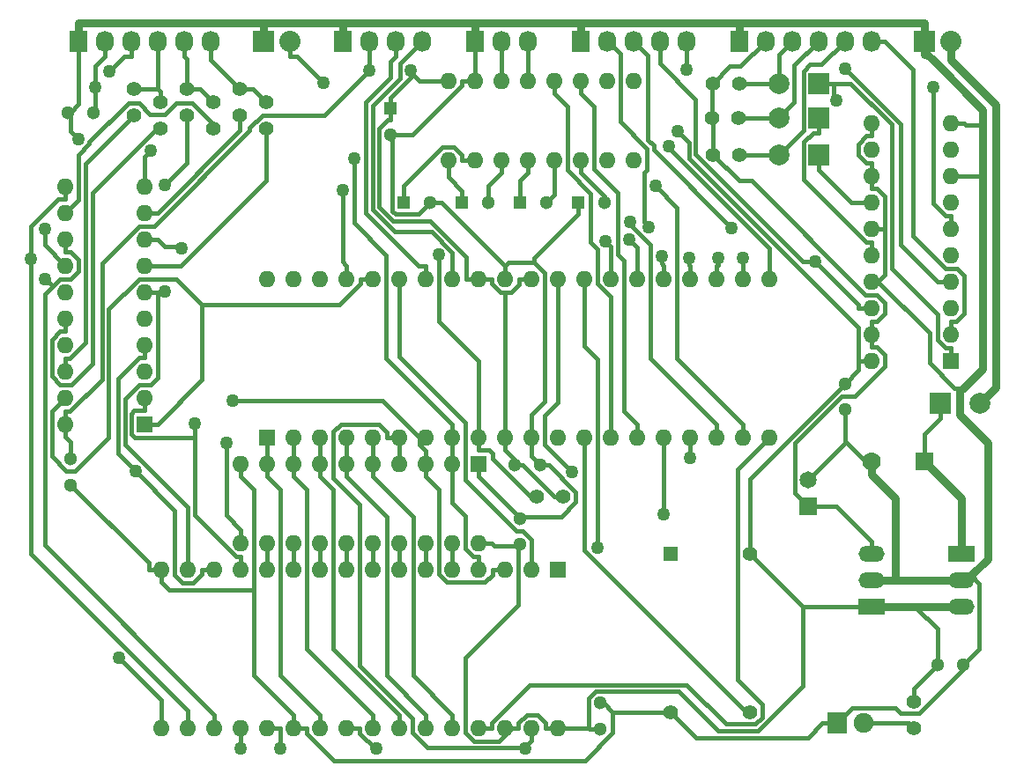
<source format=gbr>
G04 #@! TF.FileFunction,Copper,L2,Bot,Signal*
%FSLAX46Y46*%
G04 Gerber Fmt 4.6, Leading zero omitted, Abs format (unit mm)*
G04 Created by KiCad (PCBNEW (2016-11-04 revision c7fcb26)-makepkg) date 11/10/16 01:47:37*
%MOMM*%
%LPD*%
G01*
G04 APERTURE LIST*
%ADD10C,0.100000*%
%ADD11C,1.397000*%
%ADD12O,2.499360X1.501140*%
%ADD13R,2.499360X1.501140*%
%ADD14R,1.600000X1.600000*%
%ADD15O,1.600000X1.600000*%
%ADD16R,1.397000X1.397000*%
%ADD17R,1.778000X1.778000*%
%ADD18C,1.778000*%
%ADD19R,1.900000X2.000000*%
%ADD20C,1.900000*%
%ADD21C,1.998980*%
%ADD22R,1.998980X1.998980*%
%ADD23R,2.032000X2.032000*%
%ADD24O,2.032000X2.032000*%
%ADD25R,1.727200X2.032000*%
%ADD26O,1.727200X2.032000*%
%ADD27C,1.300000*%
%ADD28R,1.300000X1.300000*%
%ADD29C,1.651000*%
%ADD30R,1.651000X1.651000*%
%ADD31C,1.270000*%
%ADD32C,0.762000*%
%ADD33C,0.381000*%
G04 APERTURE END LIST*
D10*
D11*
X89154000Y6350000D03*
X89154000Y8890000D03*
D12*
X93726000Y20574000D03*
D13*
X93726000Y23114000D03*
D12*
X93726000Y18034000D03*
D14*
X92710000Y41656000D03*
D15*
X92710000Y44196000D03*
X92710000Y46736000D03*
X92710000Y49276000D03*
X92710000Y51816000D03*
X92710000Y54356000D03*
X92710000Y56896000D03*
X92710000Y59436000D03*
X92710000Y61976000D03*
X92710000Y64516000D03*
X85090000Y64516000D03*
X85090000Y61976000D03*
X85090000Y59436000D03*
X85090000Y56896000D03*
X85090000Y54356000D03*
X85090000Y51816000D03*
X85090000Y49276000D03*
X85090000Y46736000D03*
X85090000Y44196000D03*
X85090000Y41656000D03*
D16*
X65786000Y23114000D03*
D11*
X65786000Y7874000D03*
X73406000Y7874000D03*
X73406000Y23114000D03*
D14*
X54991000Y21590000D03*
D15*
X52451000Y21590000D03*
X49911000Y21590000D03*
X47371000Y21590000D03*
X44831000Y21590000D03*
X42291000Y21590000D03*
X39751000Y21590000D03*
X37211000Y21590000D03*
X34671000Y21590000D03*
X32131000Y21590000D03*
X29591000Y21590000D03*
X27051000Y21590000D03*
X24511000Y21590000D03*
X21971000Y21590000D03*
X19431000Y21590000D03*
X16891000Y21590000D03*
X16891000Y6350000D03*
X19431000Y6350000D03*
X21971000Y6350000D03*
X24511000Y6350000D03*
X27051000Y6350000D03*
X29591000Y6350000D03*
X32131000Y6350000D03*
X34671000Y6350000D03*
X37211000Y6350000D03*
X39751000Y6350000D03*
X42291000Y6350000D03*
X44831000Y6350000D03*
X47371000Y6350000D03*
X49911000Y6350000D03*
X52451000Y6350000D03*
X54991000Y6350000D03*
D14*
X47371000Y31750000D03*
D15*
X44831000Y31750000D03*
X42291000Y31750000D03*
X39751000Y31750000D03*
X37211000Y31750000D03*
X34671000Y31750000D03*
X32131000Y31750000D03*
X29591000Y31750000D03*
X27051000Y31750000D03*
X24511000Y31750000D03*
X24511000Y24130000D03*
X27051000Y24130000D03*
X29591000Y24130000D03*
X32131000Y24130000D03*
X34671000Y24130000D03*
X37211000Y24130000D03*
X39751000Y24130000D03*
X42291000Y24130000D03*
X44831000Y24130000D03*
X47371000Y24130000D03*
D17*
X90170000Y32004000D03*
D18*
X85090000Y32004000D03*
D19*
X81788000Y6858000D03*
D20*
X84328000Y6858000D03*
D14*
X27051000Y34290000D03*
D15*
X29591000Y34290000D03*
X32131000Y34290000D03*
X34671000Y34290000D03*
X37211000Y34290000D03*
X39751000Y34290000D03*
X42291000Y34290000D03*
X44831000Y34290000D03*
X47371000Y34290000D03*
X49911000Y34290000D03*
X52451000Y34290000D03*
X54991000Y34290000D03*
X57531000Y34290000D03*
X60071000Y34290000D03*
X62611000Y34290000D03*
X65151000Y34290000D03*
X67691000Y34290000D03*
X70231000Y34290000D03*
X72771000Y34290000D03*
X75311000Y34290000D03*
X75311000Y49530000D03*
X72771000Y49530000D03*
X70231000Y49530000D03*
X67691000Y49530000D03*
X65151000Y49530000D03*
X62611000Y49530000D03*
X60071000Y49530000D03*
X57531000Y49530000D03*
X54991000Y49530000D03*
X52451000Y49530000D03*
X49911000Y49530000D03*
X47371000Y49530000D03*
X44831000Y49530000D03*
X42291000Y49530000D03*
X39751000Y49530000D03*
X37211000Y49530000D03*
X34671000Y49530000D03*
X32131000Y49530000D03*
X29591000Y49530000D03*
X27051000Y49530000D03*
D14*
X15240000Y35560000D03*
D15*
X15240000Y38100000D03*
X15240000Y40640000D03*
X15240000Y43180000D03*
X15240000Y45720000D03*
X15240000Y48260000D03*
X15240000Y50800000D03*
X15240000Y53340000D03*
X15240000Y55880000D03*
X15240000Y58420000D03*
X7620000Y58420000D03*
X7620000Y55880000D03*
X7620000Y53340000D03*
X7620000Y50800000D03*
X7620000Y48260000D03*
X7620000Y45720000D03*
X7620000Y43180000D03*
X7620000Y40640000D03*
X7620000Y38100000D03*
X7620000Y35560000D03*
X44450000Y60960000D03*
X46990000Y60960000D03*
X49530000Y60960000D03*
X52070000Y60960000D03*
X54610000Y60960000D03*
X57150000Y60960000D03*
X59690000Y60960000D03*
X62230000Y60960000D03*
X62230000Y68580000D03*
X59690000Y68580000D03*
X57150000Y68580000D03*
X54610000Y68580000D03*
X52070000Y68580000D03*
X49530000Y68580000D03*
X46990000Y68580000D03*
X44450000Y68580000D03*
D21*
X95504000Y37592000D03*
D22*
X91694000Y37592000D03*
D21*
X76200000Y65024000D03*
D22*
X80010000Y65024000D03*
D21*
X76200000Y61468000D03*
D22*
X80010000Y61468000D03*
D21*
X76200000Y68326000D03*
D22*
X80010000Y68326000D03*
D23*
X90170000Y72390000D03*
D24*
X92710000Y72390000D03*
D25*
X46990000Y72390000D03*
D26*
X49530000Y72390000D03*
X52070000Y72390000D03*
D25*
X34290000Y72390000D03*
D26*
X36830000Y72390000D03*
X39370000Y72390000D03*
X41910000Y72390000D03*
D23*
X26670000Y72390000D03*
D24*
X29210000Y72390000D03*
D25*
X8890000Y72390000D03*
D26*
X11430000Y72390000D03*
X13970000Y72390000D03*
X16510000Y72390000D03*
X19050000Y72390000D03*
X21590000Y72390000D03*
D12*
X85090000Y20574000D03*
D13*
X85090000Y18034000D03*
D12*
X85090000Y23114000D03*
D25*
X57150000Y72390000D03*
D26*
X59690000Y72390000D03*
X62230000Y72390000D03*
X64770000Y72390000D03*
X67310000Y72390000D03*
D25*
X72390000Y72390000D03*
D26*
X74930000Y72390000D03*
X77470000Y72390000D03*
X80010000Y72390000D03*
X82550000Y72390000D03*
X85090000Y72390000D03*
D11*
X55499000Y28575000D03*
X52959000Y28575000D03*
X14224000Y67818000D03*
X14224000Y65278000D03*
X19304000Y67818000D03*
X19304000Y65278000D03*
X24384000Y67818000D03*
X24384000Y65278000D03*
X16764000Y66548000D03*
X16764000Y64008000D03*
X21844000Y66548000D03*
X21844000Y64008000D03*
X26924000Y66548000D03*
X26924000Y64008000D03*
X69850000Y61468000D03*
X72390000Y61468000D03*
X69809000Y65024000D03*
X72349000Y65024000D03*
X69850000Y68326000D03*
X72390000Y68326000D03*
D27*
X7874000Y65532000D03*
X10374000Y65532000D03*
X48260000Y56896000D03*
D28*
X45760000Y56896000D03*
X51348000Y56896000D03*
D27*
X53848000Y56896000D03*
X42672000Y56896000D03*
D28*
X40172000Y56896000D03*
X56936000Y56896000D03*
D27*
X59436000Y56896000D03*
X8128000Y32218000D03*
X8128000Y29718000D03*
X82550000Y36957000D03*
X82550000Y39457000D03*
X59055000Y8763000D03*
X59055000Y6263000D03*
X50800000Y31623000D03*
X53300000Y31623000D03*
X38890000Y63390000D03*
D28*
X38890000Y65890000D03*
D27*
X51308000Y26503000D03*
X51308000Y24003000D03*
X93940000Y12446000D03*
X91440000Y12446000D03*
D29*
X78994000Y30226000D03*
D30*
X78994000Y27686000D03*
D31*
X8864800Y62981400D03*
X15818100Y61883000D03*
X10478600Y67950900D03*
X61904800Y55034800D03*
X34277900Y58029700D03*
X81744200Y66675000D03*
X91024800Y67947900D03*
X51833000Y4356100D03*
X71661300Y54434900D03*
X23673500Y37839500D03*
X79688900Y51202900D03*
X82538700Y69770400D03*
X35406000Y61116800D03*
X67310000Y69686700D03*
X40850200Y69584900D03*
X36830000Y69584900D03*
X66471100Y63724300D03*
X11838100Y69479700D03*
X64330600Y58486000D03*
X5651600Y54336500D03*
X17210700Y58581500D03*
X32432400Y68369500D03*
X65632800Y62293200D03*
X65151000Y26898400D03*
X37511200Y4363500D03*
X67691000Y32297700D03*
X23103200Y33743900D03*
X72771000Y51533800D03*
X20066400Y35649000D03*
X70341500Y51543000D03*
X14410400Y31005400D03*
X67608700Y51511100D03*
X17228100Y48285100D03*
X18829600Y52456900D03*
X12828900Y13089300D03*
X64915100Y51704000D03*
X61810500Y53312000D03*
X4337100Y51475900D03*
X59524600Y53158000D03*
X5671000Y49530000D03*
X58801600Y23714300D03*
X24511000Y4367100D03*
X28295800Y4360300D03*
X56330200Y30999700D03*
X63680400Y54535300D03*
X43501400Y51861100D03*
D32*
X90170000Y72390000D02*
X90170000Y71120000D01*
X72390000Y72390000D02*
X72390000Y74168000D01*
X57150000Y74168000D02*
X46990000Y74168000D01*
X57150000Y72390000D02*
X57150000Y74168000D01*
X46990000Y74168000D02*
X34290000Y74168000D01*
X34290000Y74168000D02*
X26670000Y74168000D01*
X34290000Y72390000D02*
X34290000Y74168000D01*
X8890000Y74168000D02*
X8890000Y72390000D01*
X26670000Y74168000D02*
X8890000Y74168000D01*
X72390000Y74168000D02*
X57150000Y74168000D01*
X90170000Y74168000D02*
X72390000Y74168000D01*
X90170000Y72390000D02*
X90170000Y74168000D01*
X26670000Y72390000D02*
X26670000Y74168000D01*
X46990000Y72390000D02*
X46990000Y74168000D01*
X87630000Y20574000D02*
X85090000Y20574000D01*
D33*
X87630000Y20574000D02*
X87376000Y20828000D01*
D32*
X90424100Y71120000D02*
X90995500Y70548600D01*
D33*
X90741400Y70548600D02*
X90170000Y71120000D01*
X90995500Y70548600D02*
X90741400Y70548600D01*
D32*
X93726000Y20574000D02*
X87630000Y20574000D01*
D33*
X94225000Y20574000D02*
X94663900Y21012900D01*
X93726000Y20574000D02*
X94225000Y20574000D01*
X16891000Y21590000D02*
X15646200Y21590000D01*
X8890000Y72390000D02*
X8890000Y70929200D01*
X29591000Y6350000D02*
X29591000Y7594800D01*
X16891000Y21590000D02*
X16891000Y20345200D01*
X85090000Y59436000D02*
X85090000Y58191200D01*
X85090000Y54356000D02*
X86334800Y54356000D01*
X85605800Y58191200D02*
X85090000Y58191200D01*
X86334800Y57462200D02*
X85605800Y58191200D01*
X86334800Y54356000D02*
X86334800Y57462200D01*
X85090000Y64516000D02*
X85090000Y63271200D01*
X85090000Y59436000D02*
X85090000Y60680800D01*
X95758000Y59436000D02*
X92710000Y59436000D01*
X24511000Y31750000D02*
X24511000Y30505200D01*
X17629800Y19606400D02*
X16891000Y20345200D01*
X25781000Y19606400D02*
X17629800Y19606400D01*
X25781000Y11404800D02*
X25781000Y19606400D01*
X29591000Y7594800D02*
X25781000Y11404800D01*
X25781000Y29235200D02*
X24511000Y30505200D01*
X25781000Y19606400D02*
X25781000Y29235200D01*
X47371000Y31750000D02*
X47371000Y30505200D01*
X95444100Y13950100D02*
X93940000Y12446000D01*
X95444100Y20232700D02*
X95444100Y13950100D01*
X94663900Y21012900D02*
X95444100Y20232700D01*
D32*
X95758000Y65786100D02*
X95758000Y64344600D01*
X90995500Y70548600D02*
X95758000Y65786100D01*
X95758000Y64344600D02*
X95758000Y59436000D01*
D33*
X94126200Y64344600D02*
X93954800Y64516000D01*
X95758000Y64344600D02*
X94126200Y64344600D01*
X92710000Y64516000D02*
X93954800Y64516000D01*
D32*
X85090000Y32004000D02*
X85090000Y31375400D01*
X87376000Y28460800D02*
X87376000Y20828000D01*
X85090000Y30746800D02*
X87376000Y28460800D01*
X85090000Y31375400D02*
X85090000Y30746800D01*
D33*
X82683400Y33782000D02*
X82550000Y33782000D01*
X85090000Y31375400D02*
X82683400Y33782000D01*
X78994000Y30226000D02*
X82550000Y33782000D01*
X82550000Y33782000D02*
X82550000Y36957000D01*
X49911000Y49530000D02*
X49911000Y50774800D01*
X52451000Y34290000D02*
X52451000Y35534800D01*
X15646200Y22199800D02*
X8128000Y29718000D01*
X15646200Y21590000D02*
X15646200Y22199800D01*
X56936000Y56896000D02*
X56936000Y55801200D01*
X46990000Y72390000D02*
X46990000Y68580000D01*
X46990000Y68580000D02*
X45745200Y68580000D01*
X43789800Y56896000D02*
X42672000Y56896000D01*
X49911000Y50774800D02*
X43789800Y56896000D01*
X52671200Y51536400D02*
X56936000Y55801200D01*
X52671200Y51108200D02*
X52671200Y51536400D01*
X50244400Y51108200D02*
X52671200Y51108200D01*
X49911000Y50774800D02*
X50244400Y51108200D01*
X52451000Y36433200D02*
X52451000Y35534800D01*
X53721000Y37703200D02*
X52451000Y36433200D01*
X53721000Y50058400D02*
X53721000Y37703200D01*
X52671200Y51108200D02*
X53721000Y50058400D01*
X29591000Y6350000D02*
X30835800Y6350000D01*
X60215400Y7874000D02*
X65786000Y7874000D01*
X59326400Y8763000D02*
X60215400Y7874000D01*
X59055000Y8763000D02*
X59326400Y8763000D01*
X30835800Y5834200D02*
X30835800Y6350000D01*
X33447900Y3222100D02*
X30835800Y5834200D01*
X57566800Y3222100D02*
X33447900Y3222100D01*
X60215400Y5870700D02*
X57566800Y3222100D01*
X60215400Y7874000D02*
X60215400Y5870700D01*
X85090000Y49276000D02*
X85712400Y49276000D01*
D32*
X95758000Y40894000D02*
X93891600Y39027600D01*
X95758000Y59436000D02*
X95758000Y40894000D01*
X96266000Y22615000D02*
X94663900Y21012900D01*
X96266000Y33782000D02*
X96266000Y22615000D01*
X93599000Y36449000D02*
X96266000Y33782000D01*
X93599000Y38735000D02*
X93599000Y36449000D01*
X93891600Y39027600D02*
X93599000Y38735000D01*
D33*
X83197500Y8267500D02*
X81788000Y6858000D01*
X87394500Y8267500D02*
X83197500Y8267500D01*
X87915400Y7746600D02*
X87394500Y8267500D01*
X89666300Y7746600D02*
X87915400Y7746600D01*
X93940000Y12020300D02*
X89666300Y7746600D01*
X93940000Y12446000D02*
X93940000Y12020300D01*
X68235800Y5424200D02*
X65786000Y7874000D01*
X78959400Y5424200D02*
X68235800Y5424200D01*
X80393200Y6858000D02*
X78959400Y5424200D01*
X81788000Y6858000D02*
X80393200Y6858000D01*
X86334800Y49898400D02*
X86334800Y54356000D01*
X85712400Y49276000D02*
X86334800Y49898400D01*
X41022000Y63390000D02*
X39077100Y63390000D01*
X45745200Y68113200D02*
X41022000Y63390000D01*
X45745200Y68580000D02*
X45745200Y68113200D01*
X39077100Y63390000D02*
X38890000Y63390000D01*
X41577100Y55801100D02*
X42672000Y56896000D01*
X39338000Y55801100D02*
X41577100Y55801100D01*
X39077100Y56062000D02*
X39338000Y55801100D01*
X39077100Y63390000D02*
X39077100Y56062000D01*
X51308000Y26682500D02*
X51308000Y26503000D01*
X51193700Y26682500D02*
X51308000Y26682500D01*
X47371000Y30505200D02*
X51193700Y26682500D01*
X52451000Y32472000D02*
X53300000Y31623000D01*
X52451000Y34290000D02*
X52451000Y32472000D01*
X55271900Y26682500D02*
X51308000Y26682500D01*
X56677000Y28087600D02*
X55271900Y26682500D01*
X56677000Y29049900D02*
X56677000Y28087600D01*
X54103900Y31623000D02*
X56677000Y29049900D01*
X53300000Y31623000D02*
X54103900Y31623000D01*
X84624800Y60680800D02*
X85090000Y60680800D01*
X83845200Y61460400D02*
X84624800Y60680800D01*
X83845200Y62491600D02*
X83845200Y61460400D01*
X84624800Y63271200D02*
X83845200Y62491600D01*
X85090000Y63271200D02*
X84624800Y63271200D01*
X93087700Y39027600D02*
X93891600Y39027600D01*
X90646700Y41468600D02*
X93087700Y39027600D01*
X90646700Y44341700D02*
X90646700Y41468600D01*
X85712400Y49276000D02*
X90646700Y44341700D01*
X7874000Y65532000D02*
X8107200Y65532000D01*
X8890000Y66314800D02*
X8107200Y65532000D01*
X8890000Y70929200D02*
X8890000Y66314800D01*
X8107200Y63739000D02*
X8864800Y62981400D01*
X8107200Y65532000D02*
X8107200Y63739000D01*
X15240000Y61304900D02*
X15240000Y58420000D01*
X15818100Y61883000D02*
X15240000Y61304900D01*
X11430000Y72390000D02*
X11430000Y70929200D01*
X70231000Y34290000D02*
X70231000Y35534800D01*
X10478600Y69977800D02*
X10478600Y67950900D01*
X11430000Y70929200D02*
X10478600Y69977800D01*
X10478600Y65636600D02*
X10374000Y65532000D01*
X10478600Y67950900D02*
X10478600Y65636600D01*
X63868400Y41897400D02*
X70231000Y35534800D01*
X63868400Y51223700D02*
X63868400Y41897400D01*
X63835300Y51256800D02*
X63868400Y51223700D01*
X63835300Y52814200D02*
X63835300Y51256800D01*
X61904800Y54744700D02*
X63835300Y52814200D01*
X61904800Y55034800D02*
X61904800Y54744700D01*
X85090000Y23114000D02*
X85090000Y24309400D01*
X72497500Y69957500D02*
X74930000Y72390000D01*
X71481500Y69957500D02*
X72497500Y69957500D01*
X69850000Y68326000D02*
X71481500Y69957500D01*
X69850000Y64983000D02*
X69809000Y65024000D01*
X69850000Y61468000D02*
X69850000Y64983000D01*
X69809000Y68285000D02*
X69850000Y68326000D01*
X69809000Y65024000D02*
X69809000Y68285000D01*
X81713400Y27686000D02*
X78994000Y27686000D01*
X85090000Y24309400D02*
X81713400Y27686000D01*
X85605800Y42951200D02*
X85090000Y42951200D01*
X86334900Y42222100D02*
X85605800Y42951200D01*
X86334900Y41138100D02*
X86334900Y42222100D01*
X83443500Y38246700D02*
X86334900Y41138100D01*
X82238300Y38246700D02*
X83443500Y38246700D01*
X77714800Y33723200D02*
X82238300Y38246700D01*
X77714800Y28965200D02*
X77714800Y33723200D01*
X78994000Y27686000D02*
X77714800Y28965200D01*
X85605800Y45440800D02*
X85090000Y45440800D01*
X86381300Y46216300D02*
X85605800Y45440800D01*
X86381300Y47224000D02*
X86381300Y46216300D01*
X85599300Y48006000D02*
X86381300Y47224000D01*
X84521200Y48006000D02*
X85599300Y48006000D01*
X73562100Y58965100D02*
X84521200Y48006000D01*
X72352900Y58965100D02*
X73562100Y58965100D01*
X69850000Y61468000D02*
X72352900Y58965100D01*
X85090000Y44196000D02*
X85090000Y45440800D01*
X85090000Y44196000D02*
X85090000Y42951200D01*
X88646000Y6858000D02*
X89154000Y6350000D01*
X84328000Y6858000D02*
X88646000Y6858000D01*
X84574200Y53060800D02*
X85090000Y53060800D01*
X78565600Y59069400D02*
X84574200Y53060800D01*
X78565600Y62676900D02*
X78565600Y59069400D01*
X79468400Y63579700D02*
X78565600Y62676900D01*
X80010000Y63579700D02*
X79468400Y63579700D01*
X80010000Y65024000D02*
X80010000Y63579700D01*
X85090000Y51816000D02*
X85090000Y53060800D01*
X85090000Y56896000D02*
X83845200Y56896000D01*
X80010000Y61468000D02*
X80010000Y60023700D01*
X83137700Y56896000D02*
X83845200Y56896000D01*
X80010000Y60023700D02*
X83137700Y56896000D01*
X92710000Y41656000D02*
X92710000Y42900800D01*
X80010000Y68326000D02*
X81454300Y68326000D01*
X92243100Y42900800D02*
X92710000Y42900800D01*
X91465200Y43678700D02*
X92243100Y42900800D01*
X91465200Y46081800D02*
X91465200Y43678700D01*
X87016300Y50530700D02*
X91465200Y46081800D01*
X87016300Y64394200D02*
X87016300Y50530700D01*
X83084500Y68326000D02*
X87016300Y64394200D01*
X81454300Y68326000D02*
X83084500Y68326000D01*
X80010000Y68326000D02*
X81454300Y68326000D01*
X81454300Y66964900D02*
X81744200Y66675000D01*
X81454300Y68326000D02*
X81454300Y66964900D01*
X34671000Y49530000D02*
X34671000Y50774800D01*
X34277900Y51167900D02*
X34277900Y58029700D01*
X34671000Y50774800D02*
X34277900Y51167900D01*
X92194200Y55600800D02*
X92710000Y55600800D01*
X91024800Y56770200D02*
X92194200Y55600800D01*
X91024800Y67947900D02*
X91024800Y56770200D01*
X92710000Y54356000D02*
X92710000Y55600800D01*
X39751000Y34290000D02*
X39751000Y31750000D01*
X52451000Y6350000D02*
X52451000Y5105200D01*
X39751000Y34290000D02*
X38506200Y34290000D01*
X38506200Y34805800D02*
X38506200Y34290000D01*
X37770100Y35541900D02*
X38506200Y34805800D01*
X34097600Y35541900D02*
X37770100Y35541900D01*
X33401000Y34845300D02*
X34097600Y35541900D01*
X33401000Y30378800D02*
X33401000Y34845300D01*
X35941000Y27838800D02*
X33401000Y30378800D01*
X35941000Y12306500D02*
X35941000Y27838800D01*
X41021000Y7226500D02*
X35941000Y12306500D01*
X41021000Y5858500D02*
X41021000Y7226500D01*
X42434100Y4445400D02*
X41021000Y5858500D01*
X51791200Y4445400D02*
X42434100Y4445400D01*
X52451000Y5105200D02*
X51791200Y4445400D01*
X51791200Y4397900D02*
X51833000Y4356100D01*
X51791200Y4445400D02*
X51791200Y4397900D01*
X64142000Y61954200D02*
X71661300Y54434900D01*
X64142000Y62354900D02*
X64142000Y61954200D01*
X63620300Y62876600D02*
X64142000Y62354900D01*
X63620300Y70999700D02*
X63620300Y62876600D01*
X62230000Y72390000D02*
X63620300Y70999700D01*
X42291000Y34290000D02*
X41668600Y34290000D01*
X41668600Y33617200D02*
X42291000Y32994800D01*
X41668600Y34290000D02*
X41668600Y33617200D01*
X38119100Y37839500D02*
X23673500Y37839500D01*
X41668600Y34290000D02*
X38119100Y37839500D01*
X42291000Y32372400D02*
X42291000Y32994800D01*
X42291000Y32372400D02*
X42291000Y31750000D01*
X48666200Y21074200D02*
X48666200Y21590000D01*
X47929200Y20337200D02*
X48666200Y21074200D01*
X44320900Y20337200D02*
X47929200Y20337200D01*
X43535800Y21122300D02*
X44320900Y20337200D01*
X43535800Y29260400D02*
X43535800Y21122300D01*
X42291000Y30505200D02*
X43535800Y29260400D01*
X42291000Y31750000D02*
X42291000Y30505200D01*
X49911000Y21590000D02*
X48666200Y21590000D01*
X83845200Y47046600D02*
X83845200Y46736000D01*
X79688900Y51202900D02*
X83845200Y47046600D01*
X85090000Y46736000D02*
X83845200Y46736000D01*
X64770000Y72390000D02*
X64770000Y70929200D01*
X78470600Y51202900D02*
X79688900Y51202900D01*
X68186300Y61487200D02*
X78470600Y51202900D01*
X68186300Y66789900D02*
X68186300Y61487200D01*
X64770000Y70206200D02*
X68186300Y66789900D01*
X64770000Y70929200D02*
X64770000Y70206200D01*
X46855200Y22834800D02*
X47371000Y22834800D01*
X46101000Y23589000D02*
X46855200Y22834800D01*
X46101000Y26695200D02*
X46101000Y23589000D01*
X44831000Y27965200D02*
X46101000Y26695200D01*
X44831000Y31750000D02*
X44831000Y27965200D01*
X47371000Y21590000D02*
X47371000Y22834800D01*
X44831000Y34290000D02*
X44831000Y31750000D01*
X92710000Y49276000D02*
X91465200Y49276000D01*
X87914800Y64394300D02*
X82538700Y69770400D01*
X87914800Y52826400D02*
X87914800Y64394300D01*
X91465200Y49276000D02*
X87914800Y52826400D01*
X38481000Y41884800D02*
X44831000Y35534800D01*
X38481000Y51822100D02*
X38481000Y41884800D01*
X35406000Y54897100D02*
X38481000Y51822100D01*
X35406000Y61116800D02*
X35406000Y54897100D01*
X44831000Y34290000D02*
X44831000Y35534800D01*
X67310000Y72390000D02*
X67310000Y69686700D01*
X44831000Y49530000D02*
X44831000Y50774800D01*
X39770300Y70250300D02*
X41910000Y72390000D01*
X39770300Y68791000D02*
X39770300Y70250300D01*
X37143000Y66163700D02*
X39770300Y68791000D01*
X37143000Y56186600D02*
X37143000Y66163700D01*
X39260400Y54069200D02*
X37143000Y56186600D01*
X42820400Y54069200D02*
X39260400Y54069200D01*
X44831000Y52058600D02*
X42820400Y54069200D01*
X44831000Y50774800D02*
X44831000Y52058600D01*
D32*
X93726000Y18034000D02*
X89284000Y18034000D01*
D33*
X8128000Y33807200D02*
X8128000Y32218000D01*
X7620000Y34315200D02*
X8128000Y33807200D01*
X44450000Y68580000D02*
X43205200Y68580000D01*
X54991000Y6350000D02*
X56235800Y6350000D01*
X53746200Y6865800D02*
X53746200Y6350000D01*
X53001000Y7611000D02*
X53746200Y6865800D01*
X51950000Y7611000D02*
X53001000Y7611000D01*
X51155800Y6816800D02*
X51950000Y7611000D01*
X51155800Y6350000D02*
X51155800Y6816800D01*
X85090000Y41656000D02*
X83845200Y41656000D01*
X7620000Y35560000D02*
X7620000Y34315200D01*
X36830000Y72390000D02*
X36830000Y69584900D01*
X83845200Y40752200D02*
X83845200Y41656000D01*
X82550000Y39457000D02*
X83845200Y40752200D01*
X54991000Y6350000D02*
X53746200Y6350000D01*
X73406000Y30313000D02*
X82550000Y39457000D01*
X73406000Y23114000D02*
X73406000Y30313000D01*
X52451000Y49530000D02*
X51206200Y49530000D01*
X49433300Y48245700D02*
X49911000Y48245700D01*
X48615800Y49063200D02*
X49433300Y48245700D01*
X48615800Y49530000D02*
X48615800Y49063200D01*
X51206200Y49014200D02*
X51206200Y49530000D01*
X50437700Y48245700D02*
X51206200Y49014200D01*
X49911000Y48245700D02*
X50437700Y48245700D01*
X49911000Y34290000D02*
X49911000Y48245700D01*
X49911000Y34290000D02*
X49911000Y33045200D01*
D32*
X89284000Y18034000D02*
X85090000Y18034000D01*
D33*
X50800000Y32156200D02*
X50800000Y31623000D01*
X49911000Y33045200D02*
X50800000Y32156200D01*
X85090000Y18034000D02*
X78486000Y18034000D01*
X78486000Y18034000D02*
X73406000Y23114000D01*
X56235800Y6350000D02*
X57881600Y6350000D01*
X57881600Y9162300D02*
X57881600Y6350000D01*
X58577200Y9857900D02*
X57881600Y9162300D01*
X66558400Y9857900D02*
X58577200Y9857900D01*
X70356700Y6059600D02*
X66558400Y9857900D01*
X74197700Y6059600D02*
X70356700Y6059600D01*
X78486000Y10347900D02*
X74197700Y6059600D01*
X78486000Y18034000D02*
X78486000Y10347900D01*
X57968600Y6263000D02*
X59055000Y6263000D01*
X57881600Y6350000D02*
X57968600Y6263000D01*
X32523100Y65278000D02*
X36830000Y69584900D01*
X26552200Y65278000D02*
X32523100Y65278000D01*
X25334000Y64059800D02*
X26552200Y65278000D01*
X25334000Y63772400D02*
X25334000Y64059800D01*
X16171600Y54610000D02*
X25334000Y63772400D01*
X14718600Y54610000D02*
X16171600Y54610000D01*
X11138600Y51030000D02*
X14718600Y54610000D01*
X11138600Y39856600D02*
X11138600Y51030000D01*
X8086800Y36804800D02*
X11138600Y39856600D01*
X7620000Y36804800D02*
X8086800Y36804800D01*
X47371000Y49530000D02*
X48615800Y49530000D01*
X47371000Y49530000D02*
X46126200Y49530000D01*
X38890000Y65890000D02*
X38890000Y64795200D01*
X54633700Y28575000D02*
X55499000Y28575000D01*
X51585700Y31623000D02*
X54633700Y28575000D01*
X50800000Y31623000D02*
X51585700Y31623000D01*
X47371000Y24130000D02*
X48615800Y24130000D01*
X48869800Y23876000D02*
X48615800Y24130000D01*
X51181000Y23876000D02*
X48869800Y23876000D01*
X51181000Y23876000D02*
X51308000Y24003000D01*
X49911000Y6350000D02*
X50525500Y6350000D01*
X50525500Y6350000D02*
X51155800Y6350000D01*
X51181000Y18155000D02*
X51181000Y23876000D01*
X46101000Y13075000D02*
X51181000Y18155000D01*
X46101000Y5857400D02*
X46101000Y13075000D01*
X46877600Y5080800D02*
X46101000Y5857400D01*
X49256300Y5080800D02*
X46877600Y5080800D01*
X50525500Y6350000D02*
X49256300Y5080800D01*
X7620000Y35560000D02*
X7620000Y36804800D01*
X38890000Y65890000D02*
X38890000Y66984800D01*
X38890000Y66984800D02*
X41085300Y69180100D01*
X41685400Y68580000D02*
X41085300Y69180100D01*
X43205200Y68580000D02*
X41685400Y68580000D01*
X40850200Y69415200D02*
X40850200Y69584900D01*
X41085300Y69180100D02*
X40850200Y69415200D01*
X91440000Y15878000D02*
X89284000Y18034000D01*
X91440000Y12446000D02*
X91440000Y15878000D01*
X89154000Y10160000D02*
X89154000Y8890000D01*
X91440000Y12446000D02*
X89154000Y10160000D01*
X67550900Y62644500D02*
X66471100Y63724300D01*
X67550900Y61107700D02*
X67550900Y62644500D01*
X83845200Y44813400D02*
X67550900Y61107700D01*
X83845200Y41656000D02*
X83845200Y44813400D01*
X38616300Y64795200D02*
X38890000Y64795200D01*
X37778300Y63957200D02*
X38616300Y64795200D01*
X37778300Y56460800D02*
X37778300Y63957200D01*
X39155100Y55084000D02*
X37778300Y56460800D01*
X42704000Y55084000D02*
X39155100Y55084000D01*
X46126200Y51661800D02*
X42704000Y55084000D01*
X46126200Y49530000D02*
X46126200Y51661800D01*
X41592900Y50774800D02*
X42291000Y50774800D01*
X36507600Y55860100D02*
X41592900Y50774800D01*
X36507600Y66540100D02*
X36507600Y55860100D01*
X38827800Y68860300D02*
X36507600Y66540100D01*
X38827800Y70387000D02*
X38827800Y68860300D01*
X39370000Y70929200D02*
X38827800Y70387000D01*
X39370000Y72390000D02*
X39370000Y70929200D01*
X42291000Y49530000D02*
X42291000Y50774800D01*
X21590000Y70612000D02*
X24384000Y67818000D01*
X21590000Y72390000D02*
X21590000Y70612000D01*
X25654000Y67818000D02*
X26924000Y66548000D01*
X24384000Y67818000D02*
X25654000Y67818000D01*
X19050000Y72390000D02*
X19050000Y70929200D01*
X19304000Y70675200D02*
X19304000Y67818000D01*
X19050000Y70929200D02*
X19304000Y70675200D01*
X20574000Y67818000D02*
X21844000Y66548000D01*
X19304000Y67818000D02*
X20574000Y67818000D01*
X16510000Y72390000D02*
X16510000Y70929200D01*
X16510000Y70929200D02*
X16510000Y67818000D01*
X16764000Y67564000D02*
X16510000Y67818000D01*
X16764000Y66548000D02*
X16764000Y67564000D01*
X16510000Y67818000D02*
X14224000Y67818000D01*
X66421000Y41884800D02*
X72771000Y35534800D01*
X66421000Y56395600D02*
X66421000Y41884800D01*
X64330600Y58486000D02*
X66421000Y56395600D01*
X13287600Y70929200D02*
X11838100Y69479700D01*
X13970000Y70929200D02*
X13287600Y70929200D01*
X13970000Y72390000D02*
X13970000Y70929200D01*
X72771000Y34290000D02*
X72771000Y35534800D01*
X7620000Y40640000D02*
X7620000Y41884800D01*
X9575300Y60629300D02*
X14224000Y65278000D01*
X9575300Y43373300D02*
X9575300Y60629300D01*
X8086800Y41884800D02*
X9575300Y43373300D01*
X7620000Y41884800D02*
X8086800Y41884800D01*
X19304000Y60674800D02*
X17210700Y58581500D01*
X19304000Y65278000D02*
X19304000Y60674800D01*
X5651600Y52768400D02*
X5651600Y54336500D01*
X7620000Y50800000D02*
X5651600Y52768400D01*
X15240000Y55880000D02*
X16484800Y55880000D01*
X24384000Y63779200D02*
X24384000Y65278000D01*
X16484800Y55880000D02*
X24384000Y63779200D01*
X7620000Y45720000D02*
X7620000Y44475200D01*
X7153200Y44475200D02*
X7620000Y44475200D01*
X6343600Y43665600D02*
X7153200Y44475200D01*
X6343600Y40153500D02*
X6343600Y43665600D01*
X7127100Y39370000D02*
X6343600Y40153500D01*
X8184400Y39370000D02*
X7127100Y39370000D01*
X10210700Y41396300D02*
X8184400Y39370000D01*
X10210700Y57802600D02*
X10210700Y41396300D01*
X16416100Y64008000D02*
X10210700Y57802600D01*
X16764000Y64008000D02*
X16416100Y64008000D01*
X21844000Y64363600D02*
X21844000Y64008000D01*
X19780600Y66427000D02*
X21844000Y64363600D01*
X18268600Y66427000D02*
X19780600Y66427000D01*
X17203800Y65362200D02*
X18268600Y66427000D01*
X15765400Y65362200D02*
X17203800Y65362200D01*
X14700600Y66427000D02*
X15765400Y65362200D01*
X13684400Y66427000D02*
X14700600Y66427000D01*
X9944600Y62687200D02*
X13684400Y66427000D01*
X9944600Y62534100D02*
X9944600Y62687200D01*
X8864800Y61454300D02*
X9944600Y62534100D01*
X8864800Y57124800D02*
X8864800Y61454300D01*
X7620000Y55880000D02*
X8864800Y57124800D01*
X15240000Y50800000D02*
X16484800Y50800000D01*
X26924000Y59024200D02*
X26924000Y64008000D01*
X18699800Y50800000D02*
X26924000Y59024200D01*
X16484800Y50800000D02*
X18699800Y50800000D01*
X29872700Y70929200D02*
X32432400Y68369500D01*
X29210000Y70929200D02*
X29872700Y70929200D01*
X65632800Y62127200D02*
X65632800Y62293200D01*
X75311000Y52449000D02*
X65632800Y62127200D01*
X75311000Y49530000D02*
X75311000Y52449000D01*
X29210000Y72390000D02*
X29210000Y70929200D01*
X27051000Y34290000D02*
X27051000Y31750000D01*
X28295800Y11430000D02*
X32131000Y7594800D01*
X28295800Y29260400D02*
X28295800Y11430000D01*
X27051000Y30505200D02*
X28295800Y29260400D01*
X27051000Y31750000D02*
X27051000Y30505200D01*
X32131000Y6350000D02*
X32131000Y7594800D01*
X29591000Y34290000D02*
X29591000Y31750000D01*
X30835800Y13970000D02*
X37211000Y7594800D01*
X30835800Y29260400D02*
X30835800Y13970000D01*
X29591000Y30505200D02*
X30835800Y29260400D01*
X29591000Y31750000D02*
X29591000Y30505200D01*
X37211000Y6350000D02*
X37211000Y7594800D01*
X32131000Y34290000D02*
X32131000Y31750000D01*
X33375800Y13970000D02*
X39751000Y7594800D01*
X33375800Y29260400D02*
X33375800Y13970000D01*
X32131000Y30505200D02*
X33375800Y29260400D01*
X32131000Y31750000D02*
X32131000Y30505200D01*
X39751000Y6350000D02*
X39751000Y7594800D01*
X34671000Y34290000D02*
X34671000Y31750000D01*
X34671000Y31750000D02*
X34671000Y30505200D01*
X42291000Y6350000D02*
X42291000Y7594800D01*
X38506200Y26670000D02*
X34671000Y30505200D01*
X38506200Y11379600D02*
X38506200Y26670000D01*
X42291000Y7594800D02*
X38506200Y11379600D01*
X37211000Y34290000D02*
X37211000Y31750000D01*
X41046200Y11379600D02*
X44831000Y7594800D01*
X41046200Y26670000D02*
X41046200Y11379600D01*
X37211000Y30505200D02*
X41046200Y26670000D01*
X37211000Y31750000D02*
X37211000Y30505200D01*
X44831000Y6350000D02*
X44831000Y7594800D01*
X57531000Y34290000D02*
X57531000Y33045200D01*
X57531100Y33045200D02*
X57531000Y33045200D01*
X57531100Y23431000D02*
X57531100Y33045200D01*
X73088100Y7874000D02*
X57531100Y23431000D01*
X73406000Y7874000D02*
X73088100Y7874000D01*
X54610000Y68580000D02*
X54610000Y67335200D01*
X60071000Y34290000D02*
X60071000Y35534800D01*
X60071000Y47769500D02*
X60071000Y35534800D01*
X58775900Y49064600D02*
X60071000Y47769500D01*
X58775900Y52379600D02*
X58775900Y49064600D01*
X58081800Y53073700D02*
X58775900Y52379600D01*
X58081800Y57741800D02*
X58081800Y53073700D01*
X55854800Y59968800D02*
X58081800Y57741800D01*
X55854800Y66090400D02*
X55854800Y59968800D01*
X54610000Y67335200D02*
X55854800Y66090400D01*
X61315900Y36829900D02*
X62611000Y35534800D01*
X61315900Y51294100D02*
X61315900Y36829900D01*
X60706400Y51903600D02*
X61315900Y51294100D01*
X60706400Y57780500D02*
X60706400Y51903600D01*
X58394800Y60092100D02*
X60706400Y57780500D01*
X58394800Y66090400D02*
X58394800Y60092100D01*
X57150000Y67335200D02*
X58394800Y66090400D01*
X57150000Y68580000D02*
X57150000Y67335200D01*
X62611000Y34290000D02*
X62611000Y35534800D01*
X35915800Y5834200D02*
X35915800Y6350000D01*
X37386500Y4363500D02*
X35915800Y5834200D01*
X37511200Y4363500D02*
X37386500Y4363500D01*
X34671000Y6350000D02*
X35915800Y6350000D01*
X65151000Y34290000D02*
X65151000Y26898400D01*
X23103200Y26782600D02*
X23103200Y33743900D01*
X24511000Y25374800D02*
X23103200Y26782600D01*
X67691000Y34290000D02*
X67691000Y32297700D01*
X24511000Y24130000D02*
X24511000Y25374800D01*
X47371000Y6350000D02*
X48615800Y6350000D01*
X72240700Y31219700D02*
X75311000Y34290000D01*
X72240700Y10945300D02*
X72240700Y31219700D01*
X74564500Y8621500D02*
X72240700Y10945300D01*
X74564500Y7344300D02*
X74564500Y8621500D01*
X73925900Y6705700D02*
X74564500Y7344300D01*
X71112900Y6705700D02*
X73925900Y6705700D01*
X67319300Y10499300D02*
X71112900Y6705700D01*
X52249300Y10499300D02*
X67319300Y10499300D01*
X48615800Y6865800D02*
X52249300Y10499300D01*
X48615800Y6350000D02*
X48615800Y6865800D01*
X15240000Y38100000D02*
X15240000Y36855200D01*
X24511000Y21590000D02*
X24511000Y22834800D01*
X72771000Y49530000D02*
X72771000Y51533800D01*
X14268600Y36855200D02*
X15240000Y36855200D01*
X13995100Y36581700D02*
X14268600Y36855200D01*
X13995100Y34575900D02*
X13995100Y36581700D01*
X14299400Y34271600D02*
X13995100Y34575900D01*
X20066400Y34271600D02*
X14299400Y34271600D01*
X20066400Y26812600D02*
X20066400Y34271600D01*
X24044200Y22834800D02*
X20066400Y26812600D01*
X24511000Y22834800D02*
X24044200Y22834800D01*
X20066400Y34271600D02*
X20066400Y35649000D01*
X15240000Y43180000D02*
X15240000Y41935200D01*
X21971000Y21590000D02*
X20726200Y21590000D01*
X70341500Y50885300D02*
X70341500Y51543000D01*
X70231000Y50774800D02*
X70341500Y50885300D01*
X70231000Y49530000D02*
X70231000Y50774800D01*
X18161000Y27254800D02*
X14410400Y31005400D01*
X18161000Y21040900D02*
X18161000Y27254800D01*
X18902300Y20299600D02*
X18161000Y21040900D01*
X19902600Y20299600D02*
X18902300Y20299600D01*
X20726200Y21123200D02*
X19902600Y20299600D01*
X20726200Y21590000D02*
X20726200Y21123200D01*
X12689000Y32726800D02*
X14410400Y31005400D01*
X12689000Y39900000D02*
X12689000Y32726800D01*
X14724200Y41935200D02*
X12689000Y39900000D01*
X15240000Y41935200D02*
X14724200Y41935200D01*
X15240000Y48260000D02*
X16484800Y48260000D01*
X16484800Y40032700D02*
X16484800Y48260000D01*
X15822100Y39370000D02*
X16484800Y40032700D01*
X14717300Y39370000D02*
X15822100Y39370000D01*
X13349500Y38002200D02*
X14717300Y39370000D01*
X13349500Y33626800D02*
X13349500Y38002200D01*
X19431000Y27545300D02*
X13349500Y33626800D01*
X19431000Y21590000D02*
X19431000Y27545300D01*
X17203000Y48260000D02*
X17228100Y48285100D01*
X16484800Y48260000D02*
X17203000Y48260000D01*
X67608700Y50857100D02*
X67608700Y51511100D01*
X67691000Y50774800D02*
X67608700Y50857100D01*
X67691000Y49530000D02*
X67691000Y50774800D01*
X17165300Y52659500D02*
X16484800Y53340000D01*
X18627100Y52659500D02*
X17165300Y52659500D01*
X18627100Y52659400D02*
X18627100Y52659500D01*
X18829600Y52456900D02*
X18627100Y52659400D01*
X15240000Y53340000D02*
X16484800Y53340000D01*
X16891000Y9027200D02*
X16891000Y6350000D01*
X12828900Y13089300D02*
X16891000Y9027200D01*
X64915100Y51010700D02*
X64915100Y51704000D01*
X65151000Y50774800D02*
X64915100Y51010700D01*
X65151000Y49530000D02*
X65151000Y50774800D01*
X7620000Y58420000D02*
X7620000Y57175200D01*
X4337100Y54549000D02*
X4337100Y51475900D01*
X6963300Y57175200D02*
X4337100Y54549000D01*
X7620000Y57175200D02*
X6963300Y57175200D01*
X62611000Y49530000D02*
X62611000Y50774800D01*
X19431000Y6350000D02*
X19431000Y7594800D01*
X62611000Y52511500D02*
X61810500Y53312000D01*
X62611000Y50774800D02*
X62611000Y52511500D01*
X4337100Y23108100D02*
X4337100Y51475900D01*
X19431000Y8014200D02*
X4337100Y23108100D01*
X19431000Y7594800D02*
X19431000Y8014200D01*
X7620000Y53340000D02*
X7620000Y52095200D01*
X6400300Y48800700D02*
X5671000Y49530000D01*
X7104400Y49504800D02*
X6400300Y48800700D01*
X8108900Y49504800D02*
X7104400Y49504800D01*
X8890100Y50286000D02*
X8108900Y49504800D01*
X8890100Y51340900D02*
X8890100Y50286000D01*
X8135800Y52095200D02*
X8890100Y51340900D01*
X7620000Y52095200D02*
X8135800Y52095200D01*
X21971000Y6350000D02*
X21971000Y7594800D01*
X5665100Y23900700D02*
X21971000Y7594800D01*
X5665100Y48065500D02*
X5665100Y23900700D01*
X6400300Y48800700D02*
X5665100Y48065500D01*
X60071000Y52611600D02*
X59524600Y53158000D01*
X60071000Y49530000D02*
X60071000Y52611600D01*
X24511000Y6350000D02*
X24511000Y5105200D01*
X24511000Y5105200D02*
X24511000Y4367100D01*
X57531000Y43048500D02*
X57531000Y49530000D01*
X58801600Y41777900D02*
X57531000Y43048500D01*
X58801600Y23714300D02*
X58801600Y41777900D01*
X27051000Y6350000D02*
X28295800Y6350000D01*
X28295800Y6350000D02*
X28295800Y4360300D01*
X53721000Y33608900D02*
X56330200Y30999700D01*
X53721000Y36355600D02*
X53721000Y33608900D01*
X54991000Y37625600D02*
X53721000Y36355600D01*
X54991000Y49530000D02*
X54991000Y37625600D01*
X39751000Y42011200D02*
X39751000Y49530000D01*
X46075900Y35686300D02*
X39751000Y42011200D01*
X46075900Y30163700D02*
X46075900Y35686300D01*
X50986600Y25253000D02*
X46075900Y30163700D01*
X51606300Y25253000D02*
X50986600Y25253000D01*
X52451000Y24408300D02*
X51606300Y25253000D01*
X52451000Y21590000D02*
X52451000Y24408300D01*
X37211000Y49530000D02*
X35966200Y49530000D01*
X15240000Y35560000D02*
X16484800Y35560000D01*
X33983500Y47080400D02*
X20754900Y47080400D01*
X35966200Y49063100D02*
X33983500Y47080400D01*
X35966200Y49530000D02*
X35966200Y49063100D01*
X20754900Y39830100D02*
X20754900Y47080400D01*
X16484800Y35560000D02*
X20754900Y39830100D01*
X6318500Y36798500D02*
X7620000Y38100000D01*
X6318500Y32470500D02*
X6318500Y36798500D01*
X7714500Y31074500D02*
X6318500Y32470500D01*
X8555900Y31074500D02*
X7714500Y31074500D01*
X11774000Y34292600D02*
X8555900Y31074500D01*
X11774000Y46607300D02*
X11774000Y34292600D01*
X14696700Y49530000D02*
X11774000Y46607300D01*
X18305300Y49530000D02*
X14696700Y49530000D01*
X20754900Y47080400D02*
X18305300Y49530000D01*
X27051000Y21590000D02*
X27051000Y24130000D01*
X29591000Y21590000D02*
X29591000Y24130000D01*
X32131000Y21590000D02*
X32131000Y24130000D01*
X34671000Y21590000D02*
X34671000Y24130000D01*
X37211000Y21590000D02*
X37211000Y24130000D01*
X39751000Y21590000D02*
X39751000Y24130000D01*
X42291000Y21590000D02*
X42291000Y24130000D01*
X44831000Y21590000D02*
X44831000Y24130000D01*
D32*
X97028000Y39116000D02*
X95504000Y37592000D01*
X97028000Y66294000D02*
X97028000Y39116000D01*
X92710000Y70612000D02*
X97028000Y66294000D01*
X92710000Y72390000D02*
X92710000Y70612000D01*
D33*
X77682500Y66506500D02*
X76200000Y65024000D01*
X77682500Y70062500D02*
X77682500Y66506500D01*
X80010000Y72390000D02*
X77682500Y70062500D01*
X76200000Y65024000D02*
X72349000Y65024000D01*
X78542200Y63810200D02*
X76200000Y61468000D01*
X78542200Y69486800D02*
X78542200Y63810200D01*
X79188800Y70133400D02*
X78542200Y69486800D01*
X80293400Y70133400D02*
X79188800Y70133400D01*
X82550000Y72390000D02*
X80293400Y70133400D01*
X76200000Y61468000D02*
X72390000Y61468000D01*
X76200000Y68326000D02*
X72390000Y68326000D01*
X76200000Y71120000D02*
X76200000Y68326000D01*
X77470000Y72390000D02*
X76200000Y71120000D01*
X48342400Y33045200D02*
X47371000Y33045200D01*
X48666100Y32721500D02*
X48342400Y33045200D01*
X48666100Y32202800D02*
X48666100Y32721500D01*
X52293900Y28575000D02*
X48666100Y32202800D01*
X52959000Y28575000D02*
X52293900Y28575000D01*
X47371000Y34290000D02*
X47371000Y33045200D01*
X47371000Y41624900D02*
X47371000Y34290000D01*
X43561000Y45434900D02*
X47371000Y41624900D01*
X43561000Y51801500D02*
X43561000Y45434900D01*
X43501400Y51861100D02*
X43561000Y51801500D01*
X63250700Y54965000D02*
X63680400Y54535300D01*
X63250700Y59715100D02*
X63250700Y54965000D01*
X63506600Y59971000D02*
X63250700Y59715100D01*
X63506600Y62052000D02*
X63506600Y59971000D01*
X60934900Y64623700D02*
X63506600Y62052000D01*
X60934900Y71145100D02*
X60934900Y64623700D01*
X59690000Y72390000D02*
X60934900Y71145100D01*
D32*
X93726000Y28448000D02*
X90170000Y32004000D01*
X93726000Y23114000D02*
X93726000Y28448000D01*
D33*
X90170000Y34623700D02*
X90170000Y32004000D01*
X91694000Y36147700D02*
X90170000Y34623700D01*
X91694000Y37592000D02*
X91694000Y36147700D01*
X48260000Y58445200D02*
X49530000Y59715200D01*
X48260000Y56896000D02*
X48260000Y58445200D01*
X49530000Y60960000D02*
X49530000Y59715200D01*
X44450000Y59300800D02*
X44450000Y60960000D01*
X45760000Y57990800D02*
X44450000Y59300800D01*
X45760000Y56896000D02*
X45760000Y57990800D01*
X51348000Y58993200D02*
X52070000Y59715200D01*
X51348000Y56896000D02*
X51348000Y58993200D01*
X52070000Y60960000D02*
X52070000Y59715200D01*
X54610000Y60960000D02*
X54610000Y59715200D01*
X54610000Y57658000D02*
X54610000Y59715200D01*
X53848000Y56896000D02*
X54610000Y57658000D01*
X40172000Y58493100D02*
X40172000Y56896000D01*
X43890600Y62211700D02*
X40172000Y58493100D01*
X44960300Y62211700D02*
X43890600Y62211700D01*
X45745200Y61426800D02*
X44960300Y62211700D01*
X45745200Y60960000D02*
X45745200Y61426800D01*
X46990000Y60960000D02*
X45745200Y60960000D01*
X59436000Y57429200D02*
X57150000Y59715200D01*
X59436000Y56896000D02*
X59436000Y57429200D01*
X57150000Y60960000D02*
X57150000Y59715200D01*
X49530000Y72390000D02*
X49530000Y68580000D01*
X52070000Y72390000D02*
X52070000Y68580000D01*
X93225800Y45440800D02*
X92710000Y45440800D01*
X94005100Y46220100D02*
X93225800Y45440800D01*
X94005100Y49809900D02*
X94005100Y46220100D01*
X93269000Y50546000D02*
X94005100Y49809900D01*
X92197200Y50546000D02*
X93269000Y50546000D01*
X89113600Y53629600D02*
X92197200Y50546000D01*
X89113600Y69674800D02*
X89113600Y53629600D01*
X86398400Y72390000D02*
X89113600Y69674800D01*
X85090000Y72390000D02*
X86398400Y72390000D01*
X92710000Y44196000D02*
X92710000Y45440800D01*
M02*

</source>
